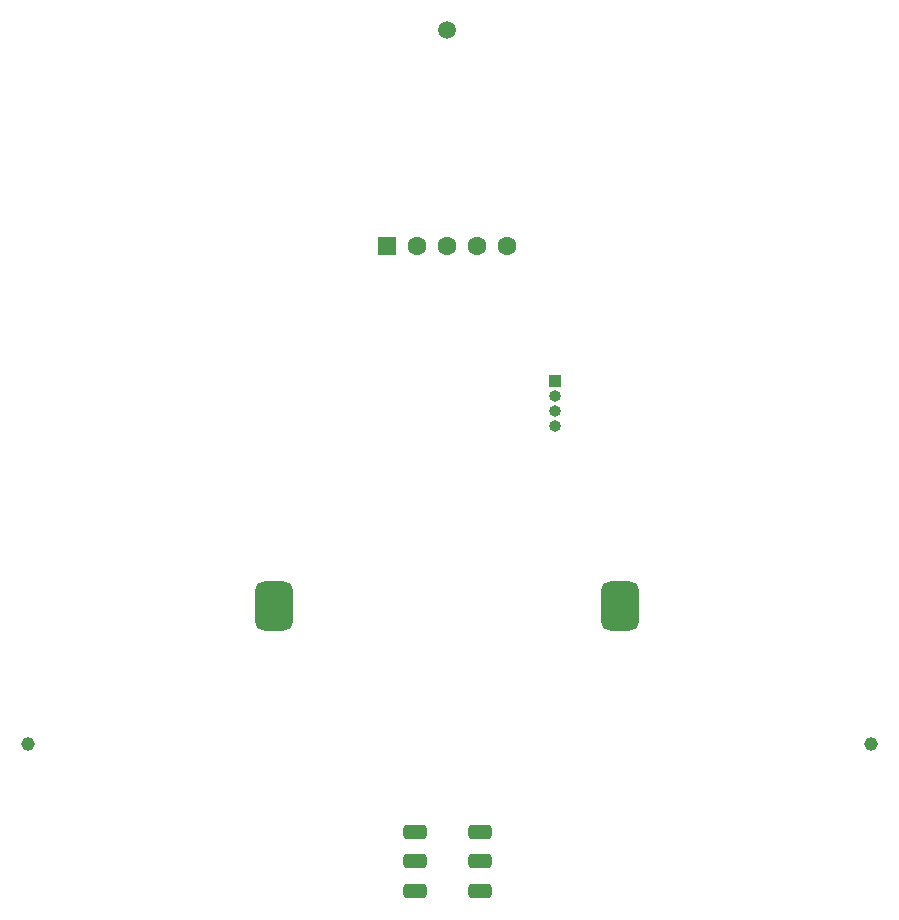
<source format=gbs>
%TF.GenerationSoftware,KiCad,Pcbnew,7.0.2-0*%
%TF.CreationDate,2024-07-21T16:06:54-04:00*%
%TF.ProjectId,Tree Ornanment 2024,54726565-204f-4726-9e61-6e6d656e7420,rev?*%
%TF.SameCoordinates,Original*%
%TF.FileFunction,Soldermask,Bot*%
%TF.FilePolarity,Negative*%
%FSLAX46Y46*%
G04 Gerber Fmt 4.6, Leading zero omitted, Abs format (unit mm)*
G04 Created by KiCad (PCBNEW 7.0.2-0) date 2024-07-21 16:06:54*
%MOMM*%
%LPD*%
G01*
G04 APERTURE LIST*
G04 Aperture macros list*
%AMRoundRect*
0 Rectangle with rounded corners*
0 $1 Rounding radius*
0 $2 $3 $4 $5 $6 $7 $8 $9 X,Y pos of 4 corners*
0 Add a 4 corners polygon primitive as box body*
4,1,4,$2,$3,$4,$5,$6,$7,$8,$9,$2,$3,0*
0 Add four circle primitives for the rounded corners*
1,1,$1+$1,$2,$3*
1,1,$1+$1,$4,$5*
1,1,$1+$1,$6,$7*
1,1,$1+$1,$8,$9*
0 Add four rect primitives between the rounded corners*
20,1,$1+$1,$2,$3,$4,$5,0*
20,1,$1+$1,$4,$5,$6,$7,0*
20,1,$1+$1,$6,$7,$8,$9,0*
20,1,$1+$1,$8,$9,$2,$3,0*%
G04 Aperture macros list end*
%ADD10C,1.152000*%
%ADD11C,1.500000*%
%ADD12R,1.600000X1.600000*%
%ADD13C,1.600000*%
%ADD14O,1.000000X1.000000*%
%ADD15R,1.000000X1.000000*%
%ADD16RoundRect,0.300000X0.700000X-0.300000X0.700000X0.300000X-0.700000X0.300000X-0.700000X-0.300000X0*%
%ADD17RoundRect,0.800000X0.800000X1.300000X-0.800000X1.300000X-0.800000X-1.300000X0.800000X-1.300000X0*%
G04 APERTURE END LIST*
D10*
%TO.C,REF\u002A\u002A*%
X175641000Y-125984000D03*
%TD*%
D11*
%TO.C,REF\u002A\u002A*%
X139700000Y-65532000D03*
%TD*%
D12*
%TO.C,J1*%
X134620000Y-83820000D03*
D13*
X137160000Y-83820000D03*
X139700000Y-83820000D03*
X142240000Y-83820000D03*
X144780000Y-83820000D03*
%TD*%
D10*
%TO.C,REF\u002A\u002A*%
X104267000Y-125984000D03*
%TD*%
D14*
%TO.C,J3*%
X148844000Y-99060000D03*
X148844000Y-97790000D03*
X148844000Y-96520000D03*
D15*
X148844000Y-95250000D03*
%TD*%
D16*
%TO.C,SW1*%
X142490000Y-138390000D03*
X142490000Y-135890000D03*
X142490000Y-133390000D03*
X136990000Y-138390000D03*
X136990000Y-135890000D03*
X136990000Y-133390000D03*
%TD*%
D17*
%TO.C,B1*%
X154350000Y-114300000D03*
X125050000Y-114300000D03*
%TD*%
M02*

</source>
